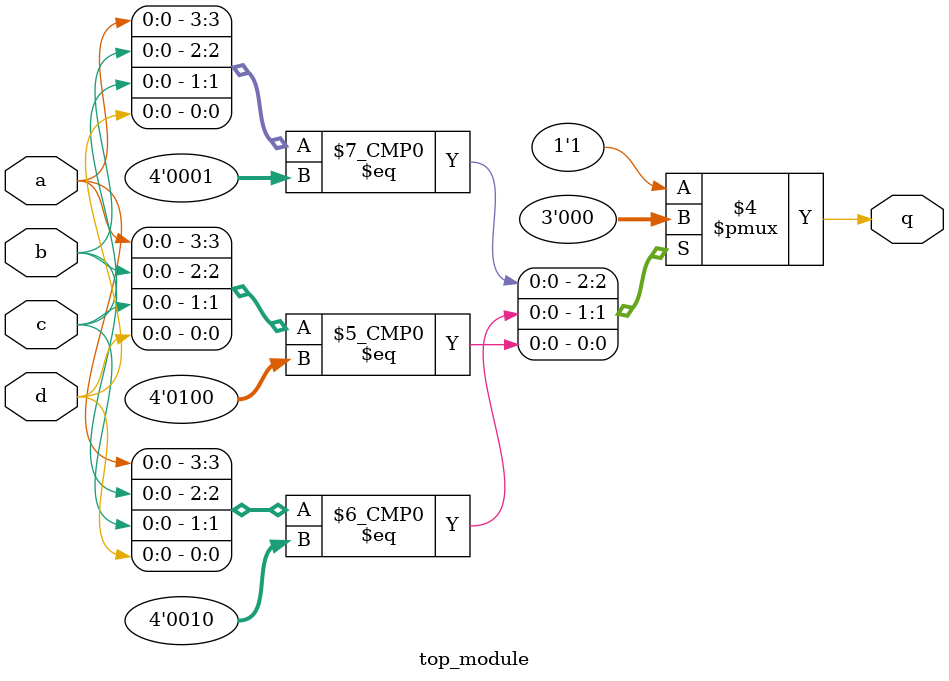
<source format=sv>
module top_module (
	input a, 
	input b, 
	input c, 
	input d,
	output q
);

	reg q;

	always @(a, b, c, d) begin
		case ({a, b, c, d})
			4'b0001: q <= 1'b0;
			4'b0010: q <= 1'b0;
			4'b0100: q <= 1'b0;
			4'b1000: q <= 1'b1;
			default: q <= 1'b1;
		endcase
	end

endmodule

</source>
